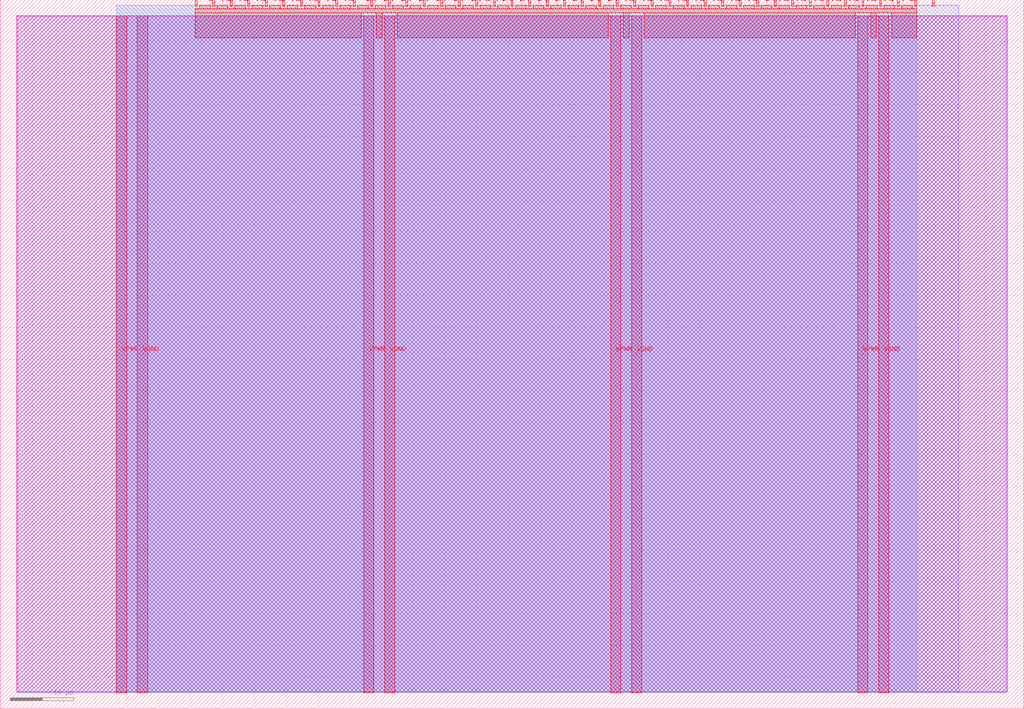
<source format=lef>
VERSION 5.7 ;
  NOWIREEXTENSIONATPIN ON ;
  DIVIDERCHAR "/" ;
  BUSBITCHARS "[]" ;
MACRO tt_um_tgrillz_sixSidedDie
  CLASS BLOCK ;
  FOREIGN tt_um_tgrillz_sixSidedDie ;
  ORIGIN 0.000 0.000 ;
  SIZE 161.000 BY 111.520 ;
  PIN VGND
    DIRECTION INOUT ;
    USE GROUND ;
    PORT
      LAYER met4 ;
        RECT 21.580 2.480 23.180 109.040 ;
    END
    PORT
      LAYER met4 ;
        RECT 60.450 2.480 62.050 109.040 ;
    END
    PORT
      LAYER met4 ;
        RECT 99.320 2.480 100.920 109.040 ;
    END
    PORT
      LAYER met4 ;
        RECT 138.190 2.480 139.790 109.040 ;
    END
  END VGND
  PIN VPWR
    DIRECTION INOUT ;
    USE POWER ;
    PORT
      LAYER met4 ;
        RECT 18.280 2.480 19.880 109.040 ;
    END
    PORT
      LAYER met4 ;
        RECT 57.150 2.480 58.750 109.040 ;
    END
    PORT
      LAYER met4 ;
        RECT 96.020 2.480 97.620 109.040 ;
    END
    PORT
      LAYER met4 ;
        RECT 134.890 2.480 136.490 109.040 ;
    END
  END VPWR
  PIN clk
    DIRECTION INPUT ;
    USE SIGNAL ;
    ANTENNAGATEAREA 0.852000 ;
    PORT
      LAYER met4 ;
        RECT 143.830 110.520 144.130 111.520 ;
    END
  END clk
  PIN ena
    DIRECTION INPUT ;
    USE SIGNAL ;
    PORT
      LAYER met4 ;
        RECT 146.590 110.520 146.890 111.520 ;
    END
  END ena
  PIN rst_n
    DIRECTION INPUT ;
    USE SIGNAL ;
    ANTENNAGATEAREA 0.196500 ;
    PORT
      LAYER met4 ;
        RECT 141.070 110.520 141.370 111.520 ;
    END
  END rst_n
  PIN ui_in[0]
    DIRECTION INPUT ;
    USE SIGNAL ;
    ANTENNAGATEAREA 0.196500 ;
    PORT
      LAYER met4 ;
        RECT 138.310 110.520 138.610 111.520 ;
    END
  END ui_in[0]
  PIN ui_in[1]
    DIRECTION INPUT ;
    USE SIGNAL ;
    PORT
      LAYER met4 ;
        RECT 135.550 110.520 135.850 111.520 ;
    END
  END ui_in[1]
  PIN ui_in[2]
    DIRECTION INPUT ;
    USE SIGNAL ;
    PORT
      LAYER met4 ;
        RECT 132.790 110.520 133.090 111.520 ;
    END
  END ui_in[2]
  PIN ui_in[3]
    DIRECTION INPUT ;
    USE SIGNAL ;
    PORT
      LAYER met4 ;
        RECT 130.030 110.520 130.330 111.520 ;
    END
  END ui_in[3]
  PIN ui_in[4]
    DIRECTION INPUT ;
    USE SIGNAL ;
    PORT
      LAYER met4 ;
        RECT 127.270 110.520 127.570 111.520 ;
    END
  END ui_in[4]
  PIN ui_in[5]
    DIRECTION INPUT ;
    USE SIGNAL ;
    PORT
      LAYER met4 ;
        RECT 124.510 110.520 124.810 111.520 ;
    END
  END ui_in[5]
  PIN ui_in[6]
    DIRECTION INPUT ;
    USE SIGNAL ;
    PORT
      LAYER met4 ;
        RECT 121.750 110.520 122.050 111.520 ;
    END
  END ui_in[6]
  PIN ui_in[7]
    DIRECTION INPUT ;
    USE SIGNAL ;
    PORT
      LAYER met4 ;
        RECT 118.990 110.520 119.290 111.520 ;
    END
  END ui_in[7]
  PIN uio_in[0]
    DIRECTION INPUT ;
    USE SIGNAL ;
    PORT
      LAYER met4 ;
        RECT 116.230 110.520 116.530 111.520 ;
    END
  END uio_in[0]
  PIN uio_in[1]
    DIRECTION INPUT ;
    USE SIGNAL ;
    PORT
      LAYER met4 ;
        RECT 113.470 110.520 113.770 111.520 ;
    END
  END uio_in[1]
  PIN uio_in[2]
    DIRECTION INPUT ;
    USE SIGNAL ;
    PORT
      LAYER met4 ;
        RECT 110.710 110.520 111.010 111.520 ;
    END
  END uio_in[2]
  PIN uio_in[3]
    DIRECTION INPUT ;
    USE SIGNAL ;
    PORT
      LAYER met4 ;
        RECT 107.950 110.520 108.250 111.520 ;
    END
  END uio_in[3]
  PIN uio_in[4]
    DIRECTION INPUT ;
    USE SIGNAL ;
    PORT
      LAYER met4 ;
        RECT 105.190 110.520 105.490 111.520 ;
    END
  END uio_in[4]
  PIN uio_in[5]
    DIRECTION INPUT ;
    USE SIGNAL ;
    PORT
      LAYER met4 ;
        RECT 102.430 110.520 102.730 111.520 ;
    END
  END uio_in[5]
  PIN uio_in[6]
    DIRECTION INPUT ;
    USE SIGNAL ;
    PORT
      LAYER met4 ;
        RECT 99.670 110.520 99.970 111.520 ;
    END
  END uio_in[6]
  PIN uio_in[7]
    DIRECTION INPUT ;
    USE SIGNAL ;
    PORT
      LAYER met4 ;
        RECT 96.910 110.520 97.210 111.520 ;
    END
  END uio_in[7]
  PIN uio_oe[0]
    DIRECTION OUTPUT ;
    USE SIGNAL ;
    PORT
      LAYER met4 ;
        RECT 49.990 110.520 50.290 111.520 ;
    END
  END uio_oe[0]
  PIN uio_oe[1]
    DIRECTION OUTPUT ;
    USE SIGNAL ;
    PORT
      LAYER met4 ;
        RECT 47.230 110.520 47.530 111.520 ;
    END
  END uio_oe[1]
  PIN uio_oe[2]
    DIRECTION OUTPUT ;
    USE SIGNAL ;
    PORT
      LAYER met4 ;
        RECT 44.470 110.520 44.770 111.520 ;
    END
  END uio_oe[2]
  PIN uio_oe[3]
    DIRECTION OUTPUT ;
    USE SIGNAL ;
    PORT
      LAYER met4 ;
        RECT 41.710 110.520 42.010 111.520 ;
    END
  END uio_oe[3]
  PIN uio_oe[4]
    DIRECTION OUTPUT ;
    USE SIGNAL ;
    PORT
      LAYER met4 ;
        RECT 38.950 110.520 39.250 111.520 ;
    END
  END uio_oe[4]
  PIN uio_oe[5]
    DIRECTION OUTPUT ;
    USE SIGNAL ;
    PORT
      LAYER met4 ;
        RECT 36.190 110.520 36.490 111.520 ;
    END
  END uio_oe[5]
  PIN uio_oe[6]
    DIRECTION OUTPUT ;
    USE SIGNAL ;
    PORT
      LAYER met4 ;
        RECT 33.430 110.520 33.730 111.520 ;
    END
  END uio_oe[6]
  PIN uio_oe[7]
    DIRECTION OUTPUT ;
    USE SIGNAL ;
    PORT
      LAYER met4 ;
        RECT 30.670 110.520 30.970 111.520 ;
    END
  END uio_oe[7]
  PIN uio_out[0]
    DIRECTION OUTPUT ;
    USE SIGNAL ;
    PORT
      LAYER met4 ;
        RECT 72.070 110.520 72.370 111.520 ;
    END
  END uio_out[0]
  PIN uio_out[1]
    DIRECTION OUTPUT ;
    USE SIGNAL ;
    PORT
      LAYER met4 ;
        RECT 69.310 110.520 69.610 111.520 ;
    END
  END uio_out[1]
  PIN uio_out[2]
    DIRECTION OUTPUT ;
    USE SIGNAL ;
    PORT
      LAYER met4 ;
        RECT 66.550 110.520 66.850 111.520 ;
    END
  END uio_out[2]
  PIN uio_out[3]
    DIRECTION OUTPUT ;
    USE SIGNAL ;
    PORT
      LAYER met4 ;
        RECT 63.790 110.520 64.090 111.520 ;
    END
  END uio_out[3]
  PIN uio_out[4]
    DIRECTION OUTPUT ;
    USE SIGNAL ;
    PORT
      LAYER met4 ;
        RECT 61.030 110.520 61.330 111.520 ;
    END
  END uio_out[4]
  PIN uio_out[5]
    DIRECTION OUTPUT ;
    USE SIGNAL ;
    PORT
      LAYER met4 ;
        RECT 58.270 110.520 58.570 111.520 ;
    END
  END uio_out[5]
  PIN uio_out[6]
    DIRECTION OUTPUT ;
    USE SIGNAL ;
    PORT
      LAYER met4 ;
        RECT 55.510 110.520 55.810 111.520 ;
    END
  END uio_out[6]
  PIN uio_out[7]
    DIRECTION OUTPUT ;
    USE SIGNAL ;
    PORT
      LAYER met4 ;
        RECT 52.750 110.520 53.050 111.520 ;
    END
  END uio_out[7]
  PIN uo_out[0]
    DIRECTION OUTPUT ;
    USE SIGNAL ;
    ANTENNAGATEAREA 0.126000 ;
    ANTENNADIFFAREA 0.445500 ;
    PORT
      LAYER met4 ;
        RECT 94.150 110.520 94.450 111.520 ;
    END
  END uo_out[0]
  PIN uo_out[1]
    DIRECTION OUTPUT ;
    USE SIGNAL ;
    ANTENNAGATEAREA 0.126000 ;
    ANTENNADIFFAREA 0.445500 ;
    PORT
      LAYER met4 ;
        RECT 91.390 110.520 91.690 111.520 ;
    END
  END uo_out[1]
  PIN uo_out[2]
    DIRECTION OUTPUT ;
    USE SIGNAL ;
    ANTENNAGATEAREA 0.126000 ;
    ANTENNADIFFAREA 0.445500 ;
    PORT
      LAYER met4 ;
        RECT 88.630 110.520 88.930 111.520 ;
    END
  END uo_out[2]
  PIN uo_out[3]
    DIRECTION OUTPUT ;
    USE SIGNAL ;
    ANTENNAGATEAREA 0.126000 ;
    ANTENNADIFFAREA 0.445500 ;
    PORT
      LAYER met4 ;
        RECT 85.870 110.520 86.170 111.520 ;
    END
  END uo_out[3]
  PIN uo_out[4]
    DIRECTION OUTPUT ;
    USE SIGNAL ;
    ANTENNAGATEAREA 0.126000 ;
    ANTENNADIFFAREA 0.445500 ;
    PORT
      LAYER met4 ;
        RECT 83.110 110.520 83.410 111.520 ;
    END
  END uo_out[4]
  PIN uo_out[5]
    DIRECTION OUTPUT ;
    USE SIGNAL ;
    ANTENNAGATEAREA 0.126000 ;
    ANTENNADIFFAREA 0.445500 ;
    PORT
      LAYER met4 ;
        RECT 80.350 110.520 80.650 111.520 ;
    END
  END uo_out[5]
  PIN uo_out[6]
    DIRECTION OUTPUT ;
    USE SIGNAL ;
    ANTENNAGATEAREA 0.126000 ;
    ANTENNADIFFAREA 0.445500 ;
    PORT
      LAYER met4 ;
        RECT 77.590 110.520 77.890 111.520 ;
    END
  END uo_out[6]
  PIN uo_out[7]
    DIRECTION OUTPUT ;
    USE SIGNAL ;
    PORT
      LAYER met4 ;
        RECT 74.830 110.520 75.130 111.520 ;
    END
  END uo_out[7]
  OBS
      LAYER nwell ;
        RECT 2.570 2.635 158.430 108.990 ;
      LAYER li1 ;
        RECT 2.760 2.635 158.240 108.885 ;
      LAYER met1 ;
        RECT 2.760 2.480 158.240 109.040 ;
      LAYER met2 ;
        RECT 18.310 2.535 150.780 110.685 ;
      LAYER met3 ;
        RECT 18.290 2.555 144.170 110.665 ;
      LAYER met4 ;
        RECT 31.370 110.120 33.030 110.665 ;
        RECT 34.130 110.120 35.790 110.665 ;
        RECT 36.890 110.120 38.550 110.665 ;
        RECT 39.650 110.120 41.310 110.665 ;
        RECT 42.410 110.120 44.070 110.665 ;
        RECT 45.170 110.120 46.830 110.665 ;
        RECT 47.930 110.120 49.590 110.665 ;
        RECT 50.690 110.120 52.350 110.665 ;
        RECT 53.450 110.120 55.110 110.665 ;
        RECT 56.210 110.120 57.870 110.665 ;
        RECT 58.970 110.120 60.630 110.665 ;
        RECT 61.730 110.120 63.390 110.665 ;
        RECT 64.490 110.120 66.150 110.665 ;
        RECT 67.250 110.120 68.910 110.665 ;
        RECT 70.010 110.120 71.670 110.665 ;
        RECT 72.770 110.120 74.430 110.665 ;
        RECT 75.530 110.120 77.190 110.665 ;
        RECT 78.290 110.120 79.950 110.665 ;
        RECT 81.050 110.120 82.710 110.665 ;
        RECT 83.810 110.120 85.470 110.665 ;
        RECT 86.570 110.120 88.230 110.665 ;
        RECT 89.330 110.120 90.990 110.665 ;
        RECT 92.090 110.120 93.750 110.665 ;
        RECT 94.850 110.120 96.510 110.665 ;
        RECT 97.610 110.120 99.270 110.665 ;
        RECT 100.370 110.120 102.030 110.665 ;
        RECT 103.130 110.120 104.790 110.665 ;
        RECT 105.890 110.120 107.550 110.665 ;
        RECT 108.650 110.120 110.310 110.665 ;
        RECT 111.410 110.120 113.070 110.665 ;
        RECT 114.170 110.120 115.830 110.665 ;
        RECT 116.930 110.120 118.590 110.665 ;
        RECT 119.690 110.120 121.350 110.665 ;
        RECT 122.450 110.120 124.110 110.665 ;
        RECT 125.210 110.120 126.870 110.665 ;
        RECT 127.970 110.120 129.630 110.665 ;
        RECT 130.730 110.120 132.390 110.665 ;
        RECT 133.490 110.120 135.150 110.665 ;
        RECT 136.250 110.120 137.910 110.665 ;
        RECT 139.010 110.120 140.670 110.665 ;
        RECT 141.770 110.120 143.430 110.665 ;
        RECT 30.655 109.440 144.145 110.120 ;
        RECT 30.655 105.575 56.750 109.440 ;
        RECT 59.150 105.575 60.050 109.440 ;
        RECT 62.450 105.575 95.620 109.440 ;
        RECT 98.020 105.575 98.920 109.440 ;
        RECT 101.320 105.575 134.490 109.440 ;
        RECT 136.890 105.575 137.790 109.440 ;
        RECT 140.190 105.575 144.145 109.440 ;
  END
END tt_um_tgrillz_sixSidedDie
END LIBRARY


</source>
